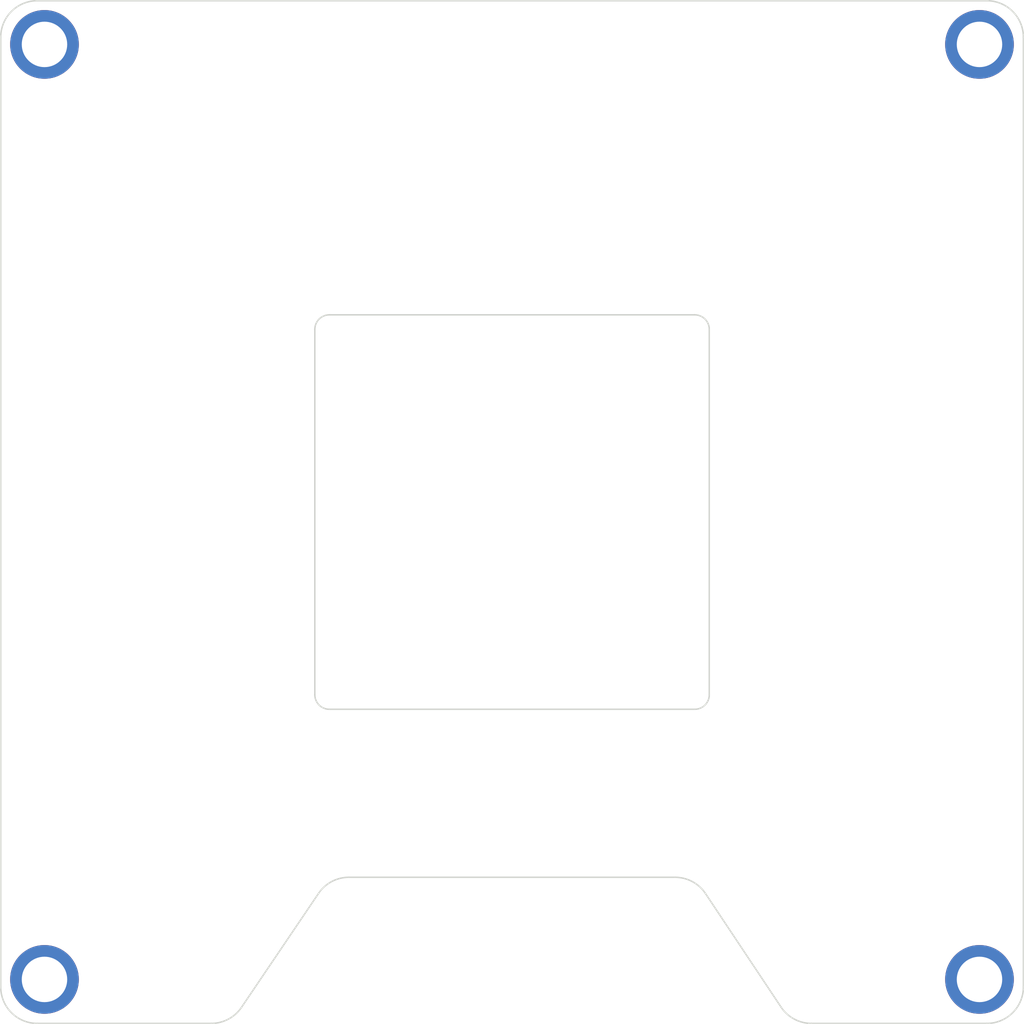
<source format=kicad_pcb>
(kicad_pcb (version 20240108) (generator "pcbnew") (generator_version "8.0")
  (layers (0 "F.Cu" signal) (31 "B.Cu" signal) (34 "B.Paste" user) (35 "F.Paste" user) (36 "B.SilkS" user "B.Silkscreen") (37 "F.SilkS" user "F.Silkscreen") (38 "B.Mask" user) (39 "F.Mask" user) (44 "Edge.Cuts" user))
  (net 0 "")
  (footprint "" (layer "F.Cu") (at 25.99 153.98)
    (property "Reference" "" (hide yes))
    (property "Value" "" (hide yes))
    (pad "1" thru_hole circle (at 0 0) (size 9.4 9.4) (drill 6.22) (layers "*.Cu" "B.Mask"))
  )
  (footprint "MountingHole:MountingHole_4.3mm_M4_DIN965_Pad" (layer "F.Cu") (at 25.99 25.98)
    (property "Reference" "REF**" (hide yes))
    (property "Value" "MountingHole_4.3mm_M4_DIN965_Pad" (hide yes))
    (pad "1" thru_hole circle (at 0 0) (size 9.4 9.4) (drill 6.22) (layers "*.Cu" "B.Mask"))
  )
  (footprint "" (layer "F.Cu") (at 153.99 153.98)
    (property "Reference" "" (hide yes))
    (property "Value" "" (hide yes))
    (pad "1" thru_hole circle (at 0 0) (size 9.4 9.4) (drill 6.22) (layers "*.Cu" "B.Mask"))
  )
  (footprint "" (layer "F.Cu") (at 153.99 25.98)
    (property "Reference" "" (hide yes))
    (property "Value" "" (hide yes))
    (pad "1" thru_hole circle (at 0 0) (size 9.4 9.4) (drill 6.22) (layers "*.Cu" "B.Mask"))
  )
  (gr_line (start 25 160) (end 48.81931 160) (stroke (width 0.2)) (layer "Edge.Cuts"))
  (gr_line (start 20 25) (end 20 155) (stroke (width 0.2)) (layer "Edge.Cuts"))
  (gr_arc (start 65 117) (mid 63.585786 116.414214) (end 63 115) (stroke (width 0.2)) (layer "Edge.Cuts"))
  (gr_line (start 65 63) (end 115 63) (stroke (width 0.2)) (layer "Edge.Cuts"))
  (gr_line (start 130.98696 160) (end 155 160) (stroke (width 0.2)) (layer "Edge.Cuts"))
  (gr_arc (start 115 63) (mid 116.414214 63.585786) (end 117 65) (stroke (width 0.2)) (layer "Edge.Cuts"))
  (gr_arc (start 52.96105 157.80108) (mid 51.163948 159.416194) (end 48.81931 160.000014) (stroke (width 0.2)) (layer "Edge.Cuts"))
  (gr_arc (start 160 155) (mid 158.535534 158.535534) (end 155 160) (stroke (width 0.2)) (layer "Edge.Cuts"))
  (gr_line (start 155 20) (end 25 20) (stroke (width 0.2)) (layer "Edge.Cuts"))
  (gr_line (start 67.65459 140) (end 112.32129 140) (stroke (width 0.2)) (layer "Edge.Cuts"))
  (gr_line (start 63 115) (end 63 65) (stroke (width 0.2)) (layer "Edge.Cuts"))
  (gr_line (start 116.48395 142.23011) (end 126.8243 157.76989) (stroke (width 0.2)) (layer "Edge.Cuts"))
  (gr_arc (start 20 25) (mid 21.464466 21.464466) (end 25 20) (stroke (width 0.2)) (layer "Edge.Cuts"))
  (gr_arc (start 63 65) (mid 63.585786 63.585786) (end 65 63) (stroke (width 0.2)) (layer "Edge.Cuts"))
  (gr_arc (start 112.32129 140) (mid 114.682499 140.592649) (end 116.483958 142.230112) (stroke (width 0.2)) (layer "Edge.Cuts"))
  (gr_line (start 52.96105 157.80108) (end 63.51286 142.19893) (stroke (width 0.2)) (layer "Edge.Cuts"))
  (gr_line (start 160 155) (end 160 25) (stroke (width 0.2)) (layer "Edge.Cuts"))
  (gr_arc (start 117 115) (mid 116.414214 116.414214) (end 115 117) (stroke (width 0.2)) (layer "Edge.Cuts"))
  (gr_line (start 115 117) (end 65 117) (stroke (width 0.2)) (layer "Edge.Cuts"))
  (gr_line (start 117 65) (end 117 115) (stroke (width 0.2)) (layer "Edge.Cuts"))
  (gr_arc (start 155 20) (mid 158.535534 21.464466) (end 160 25) (stroke (width 0.2)) (layer "Edge.Cuts"))
  (gr_arc (start 63.51286 142.19893) (mid 65.309958 140.583819) (end 67.65459 140.000004) (stroke (width 0.2)) (layer "Edge.Cuts"))
  (gr_arc (start 25 160) (mid 21.464466 158.535534) (end 20 155) (stroke (width 0.2)) (layer "Edge.Cuts"))
  (gr_arc (start 130.98696 160) (mid 128.62577 159.407334) (end 126.82433 157.76987) (stroke (width 0.2)) (layer "Edge.Cuts"))
)
</source>
